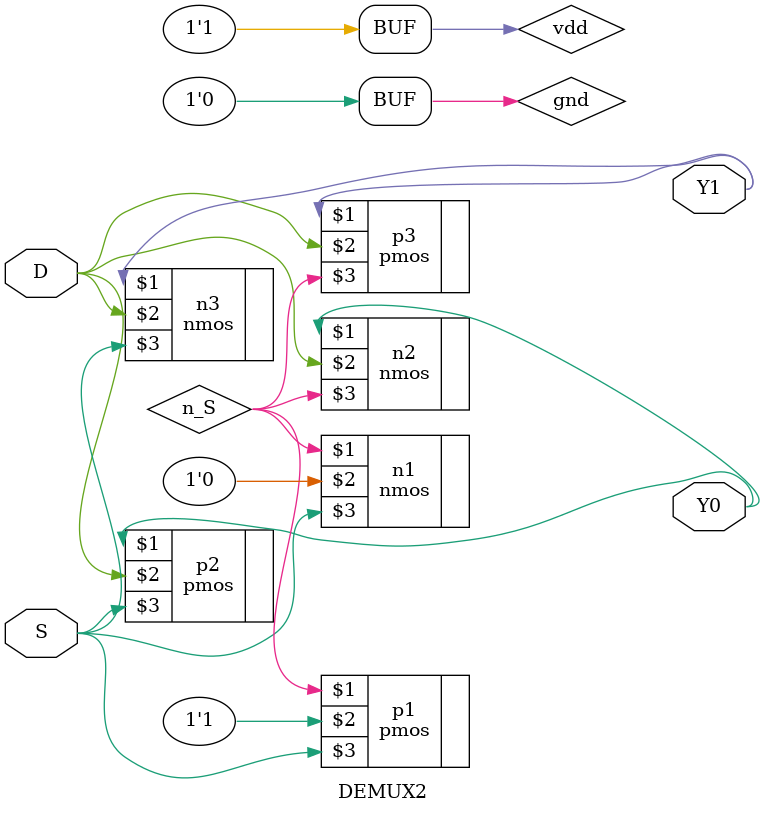
<source format=sv>
module DEMUX2 (
    output wire     Y0,
    output wire     Y1,
    input wire      D,
    input wire      S
);

    wire    n_S;
    supply1 vdd;
    supply0 gnd;

    // S_BAR
    pmos    p1(n_S, vdd, S);
    nmos    n1(n_S, gnd, S);

    // Transmission Gate Mux
    pmos    p2(Y0, D, S);
    nmos    n2(Y0, D, n_S);

    pmos    p3(Y1, D, n_S);
    nmos    n3(Y1, D, S);

endmodule

</source>
